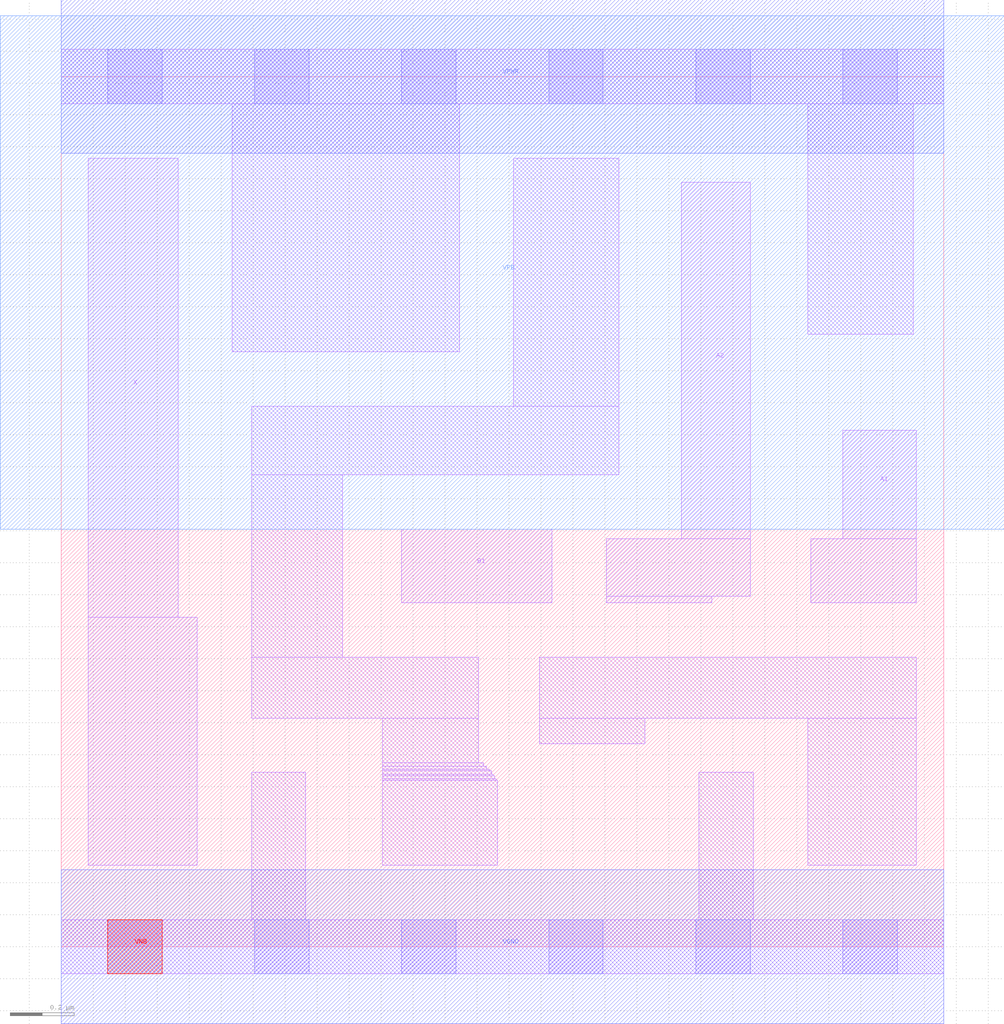
<source format=lef>
# Copyright 2020 The SkyWater PDK Authors
#
# Licensed under the Apache License, Version 2.0 (the "License");
# you may not use this file except in compliance with the License.
# You may obtain a copy of the License at
#
#     https://www.apache.org/licenses/LICENSE-2.0
#
# Unless required by applicable law or agreed to in writing, software
# distributed under the License is distributed on an "AS IS" BASIS,
# WITHOUT WARRANTIES OR CONDITIONS OF ANY KIND, either express or implied.
# See the License for the specific language governing permissions and
# limitations under the License.
#
# SPDX-License-Identifier: Apache-2.0

VERSION 5.7 ;
  NOWIREEXTENSIONATPIN ON ;
  DIVIDERCHAR "/" ;
  BUSBITCHARS "[]" ;
MACRO sky130_fd_sc_hd__o21a_1
  CLASS CORE ;
  FOREIGN sky130_fd_sc_hd__o21a_1 ;
  ORIGIN  0.000000  0.000000 ;
  SIZE  2.760000 BY  2.720000 ;
  SYMMETRY X Y R90 ;
  SITE unithd ;
  PIN A1
    ANTENNAGATEAREA  0.247500 ;
    DIRECTION INPUT ;
    USE SIGNAL ;
    PORT
      LAYER li1 ;
        RECT 2.345000 1.075000 2.675000 1.275000 ;
        RECT 2.445000 1.275000 2.675000 1.615000 ;
    END
  END A1
  PIN A2
    ANTENNAGATEAREA  0.247500 ;
    DIRECTION INPUT ;
    USE SIGNAL ;
    PORT
      LAYER li1 ;
        RECT 1.705000 1.075000 2.035000 1.095000 ;
        RECT 1.705000 1.095000 2.155000 1.275000 ;
        RECT 1.940000 1.275000 2.155000 2.390000 ;
    END
  END A2
  PIN B1
    ANTENNAGATEAREA  0.247500 ;
    DIRECTION INPUT ;
    USE SIGNAL ;
    PORT
      LAYER li1 ;
        RECT 1.065000 1.075000 1.535000 1.305000 ;
    END
  END B1
  PIN VNB
    PORT
      LAYER pwell ;
        RECT 0.145000 -0.085000 0.315000 0.085000 ;
    END
  END VNB
  PIN VPB
    PORT
      LAYER nwell ;
        RECT -0.190000 1.305000 2.950000 2.910000 ;
    END
  END VPB
  PIN X
    ANTENNADIFFAREA  0.449000 ;
    DIRECTION OUTPUT ;
    USE SIGNAL ;
    PORT
      LAYER li1 ;
        RECT 0.085000 0.255000 0.425000 1.030000 ;
        RECT 0.085000 1.030000 0.365000 2.465000 ;
    END
  END X
  PIN VGND
    DIRECTION INOUT ;
    SHAPE ABUTMENT ;
    USE GROUND ;
    PORT
      LAYER met1 ;
        RECT 0.000000 -0.240000 2.760000 0.240000 ;
    END
  END VGND
  PIN VPWR
    DIRECTION INOUT ;
    SHAPE ABUTMENT ;
    USE POWER ;
    PORT
      LAYER met1 ;
        RECT 0.000000 2.480000 2.760000 2.960000 ;
    END
  END VPWR
  OBS
    LAYER li1 ;
      RECT 0.000000 -0.085000 2.760000 0.085000 ;
      RECT 0.000000  2.635000 2.760000 2.805000 ;
      RECT 0.535000  1.860000 1.245000 2.635000 ;
      RECT 0.595000  0.085000 0.765000 0.545000 ;
      RECT 0.595000  0.715000 1.305000 0.905000 ;
      RECT 0.595000  0.905000 0.880000 1.475000 ;
      RECT 0.595000  1.475000 1.745000 1.690000 ;
      RECT 1.005000  0.255000 1.365000 0.520000 ;
      RECT 1.005000  0.520000 1.360000 0.525000 ;
      RECT 1.005000  0.525000 1.355000 0.535000 ;
      RECT 1.005000  0.535000 1.350000 0.540000 ;
      RECT 1.005000  0.540000 1.345000 0.550000 ;
      RECT 1.005000  0.550000 1.340000 0.555000 ;
      RECT 1.005000  0.555000 1.330000 0.565000 ;
      RECT 1.005000  0.565000 1.320000 0.575000 ;
      RECT 1.005000  0.575000 1.305000 0.715000 ;
      RECT 1.415000  1.690000 1.745000 2.465000 ;
      RECT 1.495000  0.635000 1.825000 0.715000 ;
      RECT 1.495000  0.715000 2.675000 0.905000 ;
      RECT 1.995000  0.085000 2.165000 0.545000 ;
      RECT 2.335000  0.255000 2.675000 0.715000 ;
      RECT 2.335000  1.915000 2.665000 2.635000 ;
    LAYER mcon ;
      RECT 0.145000 -0.085000 0.315000 0.085000 ;
      RECT 0.145000  2.635000 0.315000 2.805000 ;
      RECT 0.605000 -0.085000 0.775000 0.085000 ;
      RECT 0.605000  2.635000 0.775000 2.805000 ;
      RECT 1.065000 -0.085000 1.235000 0.085000 ;
      RECT 1.065000  2.635000 1.235000 2.805000 ;
      RECT 1.525000 -0.085000 1.695000 0.085000 ;
      RECT 1.525000  2.635000 1.695000 2.805000 ;
      RECT 1.985000 -0.085000 2.155000 0.085000 ;
      RECT 1.985000  2.635000 2.155000 2.805000 ;
      RECT 2.445000 -0.085000 2.615000 0.085000 ;
      RECT 2.445000  2.635000 2.615000 2.805000 ;
  END
END sky130_fd_sc_hd__o21a_1
END LIBRARY

</source>
